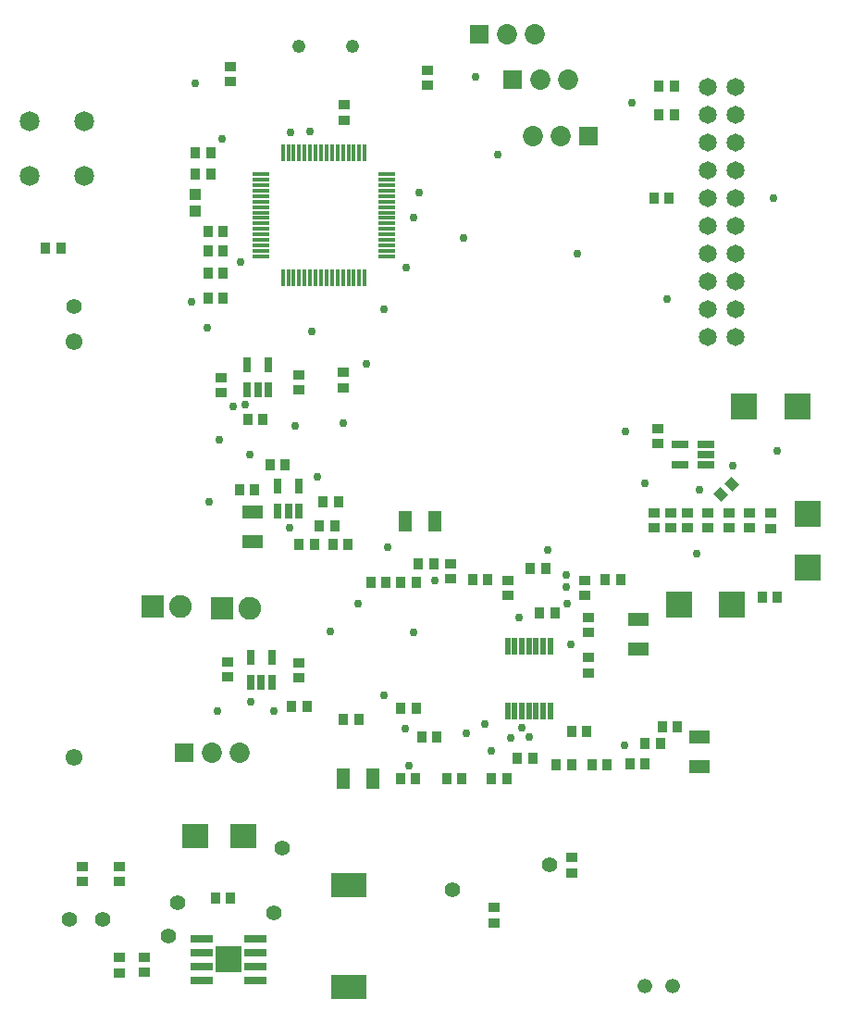
<source format=gts>
G04*
G04 #@! TF.GenerationSoftware,Altium Limited,Altium Designer,18.1.9 (240)*
G04*
G04 Layer_Color=8388736*
%FSAX24Y24*%
%MOIN*%
G70*
G01*
G75*
G04:AMPARAMS|DCode=31|XSize=40.4mil|YSize=36.5mil|CornerRadius=0mil|HoleSize=0mil|Usage=FLASHONLY|Rotation=135.000|XOffset=0mil|YOffset=0mil|HoleType=Round|Shape=Rectangle|*
%AMROTATEDRECTD31*
4,1,4,0.0272,-0.0014,0.0014,-0.0272,-0.0272,0.0014,-0.0014,0.0272,0.0272,-0.0014,0.0*
%
%ADD31ROTATEDRECTD31*%

%ADD32R,0.0365X0.0404*%
%ADD33R,0.0404X0.0365*%
%ADD34R,0.0631X0.0168*%
%ADD35R,0.0168X0.0631*%
%ADD36R,0.0956X0.0956*%
%ADD37R,0.0956X0.0956*%
%ADD38R,0.0483X0.0719*%
%ADD39R,0.0719X0.0483*%
%ADD40R,0.0270X0.0570*%
%ADD41R,0.0444X0.0404*%
%ADD42R,0.0227X0.0631*%
%ADD43R,0.0630X0.0270*%
%ADD44R,0.0936X0.0897*%
%ADD45R,0.1271X0.0916*%
%ADD46R,0.0830X0.0270*%
%ADD47R,0.0950X0.0950*%
%ADD48R,0.0708X0.0708*%
%ADD49C,0.0729*%
%ADD50C,0.0650*%
%ADD51C,0.0522*%
%ADD52C,0.0719*%
%ADD53C,0.0483*%
%ADD54C,0.0611*%
%ADD55R,0.0793X0.0793*%
%ADD56C,0.0818*%
%ADD57C,0.0300*%
%ADD58C,0.0550*%
D31*
X037259Y031642D02*
D03*
X037648Y032032D02*
D03*
D32*
X023664Y023542D02*
D03*
X024215D02*
D03*
X035580Y046350D02*
D03*
X035029D02*
D03*
X026356Y029158D02*
D03*
X026907D02*
D03*
X035085Y022686D02*
D03*
X034534D02*
D03*
X026469Y022920D02*
D03*
X027021D02*
D03*
X035580Y045300D02*
D03*
X035029D02*
D03*
X039287Y027948D02*
D03*
X038735D02*
D03*
X028862Y028583D02*
D03*
X028311D02*
D03*
X032611Y021921D02*
D03*
X033162D02*
D03*
X025715Y021420D02*
D03*
X026266D02*
D03*
X035393Y042300D02*
D03*
X034842D02*
D03*
X031327Y021921D02*
D03*
X031878D02*
D03*
X027921Y021420D02*
D03*
X027369D02*
D03*
X024639Y028470D02*
D03*
X025191D02*
D03*
X030392Y028967D02*
D03*
X030943D02*
D03*
X031869Y023101D02*
D03*
X032421D02*
D03*
X030471Y022158D02*
D03*
X029919D02*
D03*
X025719Y028470D02*
D03*
X026271D02*
D03*
X031278Y027390D02*
D03*
X030726D02*
D03*
X035688Y023288D02*
D03*
X035137D02*
D03*
X019904Y031820D02*
D03*
X020456D02*
D03*
X022916Y031380D02*
D03*
X023468D02*
D03*
X022615Y029850D02*
D03*
X022064D02*
D03*
X023821Y029850D02*
D03*
X023270D02*
D03*
X012924Y040500D02*
D03*
X013476D02*
D03*
X025719Y023933D02*
D03*
X026271D02*
D03*
X034520Y021941D02*
D03*
X033969D02*
D03*
X033094Y028581D02*
D03*
X033645D02*
D03*
X020762Y034350D02*
D03*
X020210D02*
D03*
X019050Y017100D02*
D03*
X019601D02*
D03*
X019326Y038700D02*
D03*
X018774D02*
D03*
X019326Y039600D02*
D03*
X018774D02*
D03*
X019326Y040400D02*
D03*
X018774D02*
D03*
X019326Y041100D02*
D03*
X018774D02*
D03*
X018876Y043176D02*
D03*
X018324D02*
D03*
X018876Y043950D02*
D03*
X018324D02*
D03*
X028986Y021420D02*
D03*
X029537D02*
D03*
X021010Y032713D02*
D03*
X021562D02*
D03*
X021789Y024000D02*
D03*
X022340D02*
D03*
X022800Y030501D02*
D03*
X023351D02*
D03*
D33*
X034995Y033480D02*
D03*
Y034031D02*
D03*
X032342Y028010D02*
D03*
Y028561D02*
D03*
X032480Y026667D02*
D03*
Y027218D02*
D03*
X029582Y028007D02*
D03*
Y028558D02*
D03*
X032480Y025223D02*
D03*
Y025775D02*
D03*
X031894Y018029D02*
D03*
Y018580D02*
D03*
X016500Y014444D02*
D03*
Y014995D02*
D03*
X023700Y045683D02*
D03*
Y045132D02*
D03*
X029100Y016224D02*
D03*
Y016776D02*
D03*
X023639Y036040D02*
D03*
Y035489D02*
D03*
X035445Y030444D02*
D03*
Y030995D02*
D03*
X034845Y030444D02*
D03*
Y030995D02*
D03*
X036045Y030995D02*
D03*
Y030444D02*
D03*
X036795Y030995D02*
D03*
Y030444D02*
D03*
X037545Y030444D02*
D03*
Y030995D02*
D03*
X027532Y029158D02*
D03*
Y028607D02*
D03*
X026700Y046919D02*
D03*
Y046368D02*
D03*
X038295Y030444D02*
D03*
Y030995D02*
D03*
X019601Y046510D02*
D03*
Y047061D02*
D03*
X039045Y030419D02*
D03*
Y030970D02*
D03*
X015600Y014976D02*
D03*
Y014424D02*
D03*
X019237Y035311D02*
D03*
Y035863D02*
D03*
X022050Y035400D02*
D03*
Y035951D02*
D03*
X014250Y017709D02*
D03*
Y018261D02*
D03*
X015600Y017709D02*
D03*
Y018261D02*
D03*
X019500Y025626D02*
D03*
Y025074D02*
D03*
X022050Y025585D02*
D03*
Y025033D02*
D03*
D34*
X025209Y043176D02*
D03*
Y042980D02*
D03*
Y042783D02*
D03*
Y042586D02*
D03*
Y042389D02*
D03*
Y042192D02*
D03*
Y041995D02*
D03*
Y041798D02*
D03*
Y041602D02*
D03*
Y041405D02*
D03*
Y041208D02*
D03*
Y041011D02*
D03*
Y040814D02*
D03*
Y040617D02*
D03*
Y040420D02*
D03*
Y040224D02*
D03*
X020691D02*
D03*
Y040420D02*
D03*
Y040617D02*
D03*
Y040814D02*
D03*
Y041011D02*
D03*
Y041208D02*
D03*
Y041405D02*
D03*
Y041602D02*
D03*
Y041798D02*
D03*
Y041995D02*
D03*
Y042192D02*
D03*
Y042389D02*
D03*
Y042586D02*
D03*
Y042783D02*
D03*
Y042980D02*
D03*
Y043176D02*
D03*
D35*
X024426Y039441D02*
D03*
X024230D02*
D03*
X024033D02*
D03*
X023836D02*
D03*
X023639D02*
D03*
X023442D02*
D03*
X023245D02*
D03*
X023048D02*
D03*
X022852D02*
D03*
X022655D02*
D03*
X022458D02*
D03*
X022261D02*
D03*
X022064D02*
D03*
X021867D02*
D03*
X021670D02*
D03*
X021474D02*
D03*
Y043959D02*
D03*
X021670D02*
D03*
X021867D02*
D03*
X022064D02*
D03*
X022261D02*
D03*
X022458D02*
D03*
X022655D02*
D03*
X022852D02*
D03*
X023048D02*
D03*
X023245D02*
D03*
X023442D02*
D03*
X023639D02*
D03*
X023836D02*
D03*
X024033D02*
D03*
X024230D02*
D03*
X024426D02*
D03*
D36*
X040029Y034800D02*
D03*
X038100D02*
D03*
X037665Y027683D02*
D03*
X035735D02*
D03*
D37*
X040395Y029005D02*
D03*
Y030934D02*
D03*
D38*
X023663Y021420D02*
D03*
X024726D02*
D03*
X025879Y030680D02*
D03*
X026942D02*
D03*
D39*
X034269Y027134D02*
D03*
Y026071D02*
D03*
X020400Y031015D02*
D03*
Y029952D02*
D03*
X036495Y022906D02*
D03*
Y021843D02*
D03*
D40*
X020200Y035400D02*
D03*
X020570D02*
D03*
X020940D02*
D03*
Y036320D02*
D03*
X020200D02*
D03*
X020330Y024866D02*
D03*
X020700D02*
D03*
X021070D02*
D03*
Y025786D02*
D03*
X020330D02*
D03*
X021300Y031960D02*
D03*
X022040D02*
D03*
Y031040D02*
D03*
X021670D02*
D03*
X021300D02*
D03*
D41*
X018334Y042465D02*
D03*
Y041835D02*
D03*
D42*
X029577Y026177D02*
D03*
X029833D02*
D03*
X030089D02*
D03*
X030345D02*
D03*
X030601D02*
D03*
X030857D02*
D03*
X031113D02*
D03*
Y023863D02*
D03*
X030857D02*
D03*
X030601D02*
D03*
X030345D02*
D03*
X030089D02*
D03*
X029833D02*
D03*
X029577D02*
D03*
D43*
X036731Y032713D02*
D03*
Y033083D02*
D03*
Y033453D02*
D03*
X035791D02*
D03*
Y032713D02*
D03*
D44*
X018334Y019350D02*
D03*
X020066D02*
D03*
D45*
X023850Y017581D02*
D03*
Y013919D02*
D03*
D46*
X018546Y015657D02*
D03*
Y015157D02*
D03*
Y014657D02*
D03*
Y014157D02*
D03*
X020486D02*
D03*
Y014657D02*
D03*
Y015157D02*
D03*
Y015657D02*
D03*
D47*
X019516Y014907D02*
D03*
D48*
X017925Y022361D02*
D03*
X029750Y046567D02*
D03*
X032500Y044539D02*
D03*
X028537Y048221D02*
D03*
D49*
X018925Y022361D02*
D03*
X019925D02*
D03*
X030750Y046567D02*
D03*
X031750D02*
D03*
X030500Y044539D02*
D03*
X031500D02*
D03*
X030537Y048221D02*
D03*
X029537D02*
D03*
D50*
X036795Y037300D02*
D03*
X037795D02*
D03*
X036795Y038300D02*
D03*
X037795D02*
D03*
X036795Y039300D02*
D03*
X037795D02*
D03*
X036795Y040300D02*
D03*
X037795D02*
D03*
X036795Y041300D02*
D03*
X037795D02*
D03*
X036795Y042300D02*
D03*
X037795D02*
D03*
X036795Y043300D02*
D03*
X037795D02*
D03*
X036795Y044300D02*
D03*
X037795D02*
D03*
X036795Y045300D02*
D03*
X037795D02*
D03*
X036795Y046300D02*
D03*
X037795D02*
D03*
D51*
X034522Y013950D02*
D03*
X035522D02*
D03*
D52*
X014334Y043116D02*
D03*
Y045084D02*
D03*
X012366D02*
D03*
Y043116D02*
D03*
D53*
X022064Y047771D02*
D03*
X023985D02*
D03*
D54*
X013950Y022187D02*
D03*
Y037148D02*
D03*
D55*
X016793Y027600D02*
D03*
X019300Y027533D02*
D03*
D56*
X017793Y027600D02*
D03*
X020300Y027533D02*
D03*
D57*
X031695Y028323D02*
D03*
X031718Y027700D02*
D03*
X020328Y024173D02*
D03*
X020115Y034876D02*
D03*
X030068Y023260D02*
D03*
X028763Y023367D02*
D03*
X025868Y023229D02*
D03*
X026018Y021871D02*
D03*
X021708Y030460D02*
D03*
X022708Y032270D02*
D03*
X019179Y033610D02*
D03*
X019688Y034810D02*
D03*
X019268Y044447D02*
D03*
X024193Y027725D02*
D03*
X026186Y026671D02*
D03*
X029984Y027213D02*
D03*
X026966Y028538D02*
D03*
X033813Y033923D02*
D03*
X026380Y042521D02*
D03*
X028431Y046670D02*
D03*
X029222Y043871D02*
D03*
X035309Y038671D02*
D03*
X026181Y041621D02*
D03*
X027981Y040871D02*
D03*
X025930Y039821D02*
D03*
X032100Y040300D02*
D03*
X025107Y038300D02*
D03*
X039150Y042300D02*
D03*
X022443Y044719D02*
D03*
X019942Y040004D02*
D03*
X018189Y038573D02*
D03*
X021767Y044676D02*
D03*
X024475Y036337D02*
D03*
X022527Y037527D02*
D03*
X018750Y037650D02*
D03*
X018334Y046457D02*
D03*
X021922Y034109D02*
D03*
X018811Y031382D02*
D03*
X023652Y034232D02*
D03*
X034050Y045750D02*
D03*
X020270Y033083D02*
D03*
X039300Y033204D02*
D03*
X037672Y032696D02*
D03*
X034522Y032035D02*
D03*
X036495Y031813D02*
D03*
X030345Y022920D02*
D03*
X029687Y022891D02*
D03*
X036381Y029527D02*
D03*
X033795Y022620D02*
D03*
X028095Y023058D02*
D03*
X025250Y029763D02*
D03*
X031845Y026244D02*
D03*
X031695Y028750D02*
D03*
X031002Y029665D02*
D03*
X028995Y022413D02*
D03*
X025107Y024420D02*
D03*
X023192Y026700D02*
D03*
X021136Y023850D02*
D03*
X019116D02*
D03*
D58*
X021437Y018900D02*
D03*
X017700Y016950D02*
D03*
X017359Y015755D02*
D03*
X021150Y016579D02*
D03*
X031081Y018305D02*
D03*
X027587Y017400D02*
D03*
X013950Y038400D02*
D03*
X015000Y016355D02*
D03*
X013769D02*
D03*
M02*

</source>
